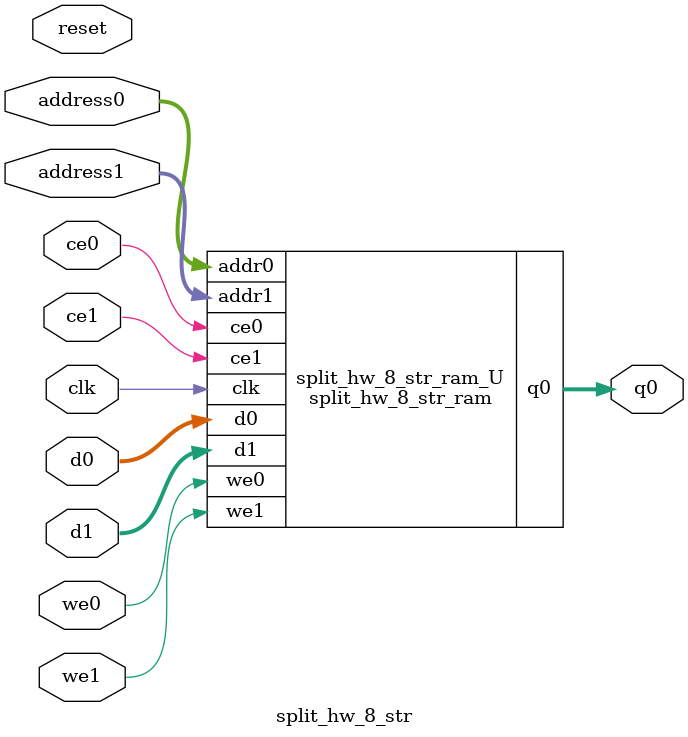
<source format=v>
`timescale 1 ns / 1 ps
module split_hw_8_str_ram (addr0, ce0, d0, we0, q0, addr1, ce1, d1, we1,  clk);

parameter DWIDTH = 8;
parameter AWIDTH = 3;
parameter MEM_SIZE = 8;

input[AWIDTH-1:0] addr0;
input ce0;
input[DWIDTH-1:0] d0;
input we0;
output reg[DWIDTH-1:0] q0;
input[AWIDTH-1:0] addr1;
input ce1;
input[DWIDTH-1:0] d1;
input we1;
input clk;

(* ram_style = "block" *)reg [DWIDTH-1:0] ram[0:MEM_SIZE-1];




always @(posedge clk)  
begin 
    if (ce0) 
    begin
        if (we0) 
        begin 
            ram[addr0] <= d0; 
        end 
        q0 <= ram[addr0];
    end
end


always @(posedge clk)  
begin 
    if (ce1) 
    begin
        if (we1) 
        begin 
            ram[addr1] <= d1; 
        end 
    end
end


endmodule

`timescale 1 ns / 1 ps
module split_hw_8_str(
    reset,
    clk,
    address0,
    ce0,
    we0,
    d0,
    q0,
    address1,
    ce1,
    we1,
    d1);

parameter DataWidth = 32'd8;
parameter AddressRange = 32'd8;
parameter AddressWidth = 32'd3;
input reset;
input clk;
input[AddressWidth - 1:0] address0;
input ce0;
input we0;
input[DataWidth - 1:0] d0;
output[DataWidth - 1:0] q0;
input[AddressWidth - 1:0] address1;
input ce1;
input we1;
input[DataWidth - 1:0] d1;



split_hw_8_str_ram split_hw_8_str_ram_U(
    .clk( clk ),
    .addr0( address0 ),
    .ce0( ce0 ),
    .we0( we0 ),
    .d0( d0 ),
    .q0( q0 ),
    .addr1( address1 ),
    .ce1( ce1 ),
    .we1( we1 ),
    .d1( d1 ));

endmodule


</source>
